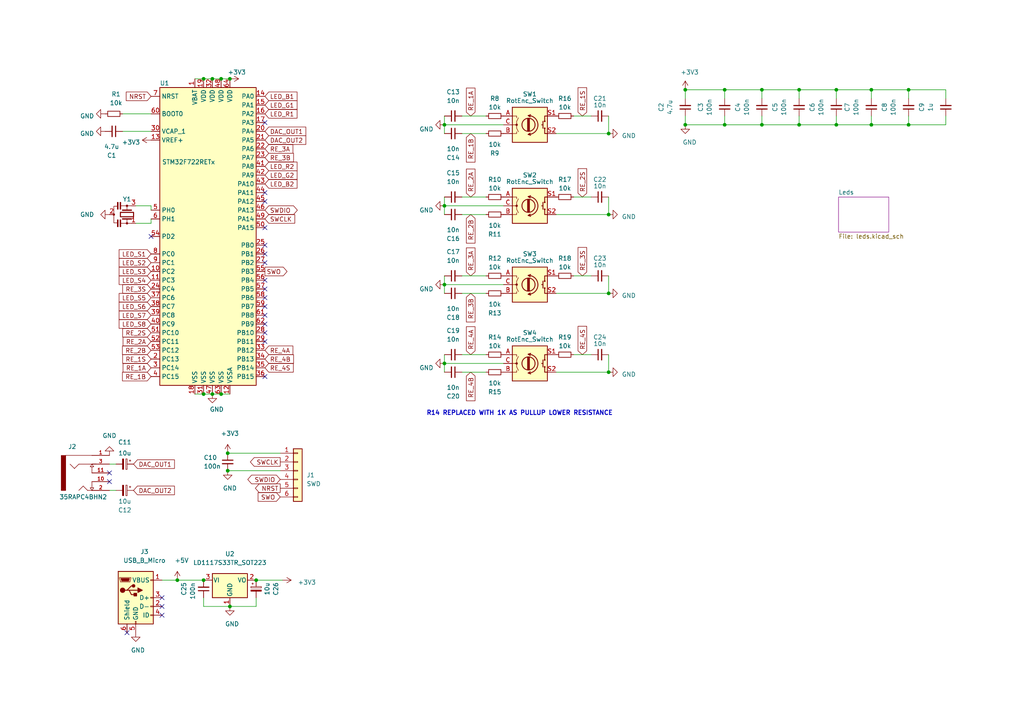
<source format=kicad_sch>
(kicad_sch (version 20201015) (generator eeschema)
  (paper "A4")
  (lib_symbols
    (symbol "35RAPC4BHN2:35RAPC4BHN2" (pin_names (offset 1.016) hide)
      (property "Reference" "J" (at -5.1054 5.6134 0))
      (property "Value" "35RAPC4BHN2" (at -5.1054 -7.6454 0))
      (symbol "35RAPC4BHN2_0_0"
        (rectangle (start -6.3754 -5.1054) (end -5.08 5.0546) (fill (type outline)))
        (polyline (pts (xy -1.27 -5.08) (xy 0 -3.81)) (stroke (width 0.1524)))
        (polyline (pts (xy 0 -3.81) (xy 1.27 -5.08)) (stroke (width 0.1524)))
        (polyline (pts (xy 1.27 -5.08) (xy 2.54 -5.08)) (stroke (width 0.1524)))
        (polyline (pts (xy 2.54 2.54) (xy -1.27 2.54)) (stroke (width 0.1524)))
        (polyline (pts (xy -1.27 2.54) (xy -2.54 1.27)) (stroke (width 0.1524)))
        (polyline (pts (xy -2.54 1.27) (xy -3.81 2.54)) (stroke (width 0.1524)))
        (polyline (pts (xy 2.54 5.08) (xy -5.08 5.08)) (stroke (width 0.1524)))
        (polyline (pts (xy 2.032 -4.318) (xy 2.54 -5.08)) (stroke (width 0.1524)))
        (polyline (pts (xy 2.54 -5.08) (xy 3.048 -4.318)) (stroke (width 0.1524)))
        (polyline (pts (xy 3.048 -4.318) (xy 2.54 -4.318)) (stroke (width 0.1524)))
        (polyline (pts (xy 2.54 -4.318) (xy 2.032 -4.318)) (stroke (width 0.1524)))
        (polyline (pts (xy 2.54 -4.318) (xy 2.54 -2.54)) (stroke (width 0.1524)))
        (polyline (pts (xy 3.81 2.54) (xy 2.54 2.54)) (stroke (width 0.1524)))
        (polyline (pts (xy 3.048 1.778) (xy 2.54 2.54)) (stroke (width 0.1524)))
        (polyline (pts (xy 2.54 2.54) (xy 2.032 1.778)) (stroke (width 0.1524)))
        (polyline (pts (xy 2.032 1.778) (xy 2.54 1.778)) (stroke (width 0.1524)))
        (polyline (pts (xy 2.54 1.778) (xy 3.048 1.778)) (stroke (width 0.1524)))
        (polyline (pts (xy 2.54 1.778) (xy 2.54 0)) (stroke (width 0.1524)))
        (pin passive line (at 7.62 5.08 180) (length 5.08) (name "~") (number "1"))
        (pin passive line (at 7.62 2.54 180) (length 5.08) (name "~") (number "3"))
        (pin passive line (at 7.62 0 180) (length 5.08) (name "~") (number "11"))
        (pin passive line (at 7.62 -2.54 180) (length 5.08) (name "~") (number "10"))
        (pin passive line (at 7.62 -5.08 180) (length 5.08) (name "~") (number "2"))
      )
    )
    (symbol "Connector:USB_B_Micro" (pin_names (offset 1.016))
      (property "Reference" "J" (at -5.08 11.43 0))
      (property "Value" "USB_B_Micro" (at -5.08 8.89 0))
      (symbol "USB_B_Micro_0_1"
        (circle (center -3.81 2.159) (radius 0.635) (stroke (width 0.254)) (fill (type outline)))
        (circle (center -0.635 3.429) (radius 0.381) (stroke (width 0.254)) (fill (type outline)))
        (rectangle (start -5.08 -7.62) (end 5.08 7.62) (stroke (width 0.254)) (fill (type background)))
        (rectangle (start -0.127 -7.62) (end 0.127 -6.858))
        (rectangle (start 0.254 1.27) (end -0.508 0.508) (stroke (width 0.254)) (fill (type outline)))
        (rectangle (start 5.08 -5.207) (end 4.318 -4.953))
        (rectangle (start 5.08 -2.667) (end 4.318 -2.413))
        (rectangle (start 5.08 -0.127) (end 4.318 0.127))
        (rectangle (start 5.08 4.953) (end 4.318 5.207))
        (polyline (pts (xy -1.905 2.159) (xy 0.635 2.159)) (stroke (width 0.254)))
        (polyline (pts (xy -3.175 2.159) (xy -2.54 2.159) (xy -1.27 3.429) (xy -0.635 3.429)) (stroke (width 0.254)))
        (polyline (pts (xy -2.54 2.159) (xy -1.905 2.159) (xy -1.27 0.889) (xy 0 0.889)) (stroke (width 0.254)))
        (polyline (pts (xy 0.635 2.794) (xy 0.635 1.524) (xy 1.905 2.159) (xy 0.635 2.794)) (stroke (width 0.254)) (fill (type outline)))
        (polyline (pts (xy -4.318 5.588) (xy -1.778 5.588) (xy -2.032 4.826) (xy -4.064 4.826) (xy -4.318 5.588)) (fill (type outline)))
        (polyline (pts (xy -4.699 5.842) (xy -4.699 5.588) (xy -4.445 4.826) (xy -4.445 4.572) (xy -1.651 4.572) (xy -1.651 4.826) (xy -1.397 5.588) (xy -1.397 5.842) (xy -4.699 5.842)))
      )
      (symbol "USB_B_Micro_1_1"
        (pin power_out line (at 7.62 5.08 180) (length 2.54) (name "VBUS") (number "1"))
        (pin bidirectional line (at 7.62 -2.54 180) (length 2.54) (name "D-") (number "2"))
        (pin bidirectional line (at 7.62 0 180) (length 2.54) (name "D+") (number "3"))
        (pin passive line (at 7.62 -5.08 180) (length 2.54) (name "ID") (number "4"))
        (pin power_out line (at 0 -10.16 90) (length 2.54) (name "GND") (number "5"))
        (pin passive line (at -2.54 -10.16 90) (length 2.54) (name "Shield") (number "6"))
      )
    )
    (symbol "Connector_Generic:Conn_01x06" (pin_names (offset 1.016) hide)
      (property "Reference" "J" (at 0 7.62 0))
      (property "Value" "Conn_01x06" (at 0 -10.16 0))
      (symbol "Conn_01x06_1_1"
        (rectangle (start -1.27 -4.953) (end 0 -5.207) (stroke (width 0.1524)))
        (rectangle (start -1.27 -7.493) (end 0 -7.747) (stroke (width 0.1524)))
        (rectangle (start -1.27 -2.413) (end 0 -2.667) (stroke (width 0.1524)))
        (rectangle (start -1.27 2.667) (end 0 2.413) (stroke (width 0.1524)))
        (rectangle (start -1.27 5.207) (end 0 4.953) (stroke (width 0.1524)))
        (rectangle (start -1.27 6.35) (end 1.27 -8.89) (stroke (width 0.254)) (fill (type background)))
        (rectangle (start -1.27 0.127) (end 0 -0.127) (stroke (width 0.1524)))
        (pin passive line (at -5.08 5.08 0) (length 3.81) (name "Pin_1") (number "1"))
        (pin passive line (at -5.08 2.54 0) (length 3.81) (name "Pin_2") (number "2"))
        (pin passive line (at -5.08 0 0) (length 3.81) (name "Pin_3") (number "3"))
        (pin passive line (at -5.08 -2.54 0) (length 3.81) (name "Pin_4") (number "4"))
        (pin passive line (at -5.08 -5.08 0) (length 3.81) (name "Pin_5") (number "5"))
        (pin passive line (at -5.08 -7.62 0) (length 3.81) (name "Pin_6") (number "6"))
      )
    )
    (symbol "Device:C_Polarized_Small" (pin_numbers hide) (pin_names (offset 0.254) hide)
      (property "Reference" "C" (at 0.254 1.778 0))
      (property "Value" "C_Polarized_Small" (at 0.254 -2.032 0))
      (symbol "C_Polarized_Small_0_1"
        (rectangle (start -1.524 -0.3048) (end 1.524 -0.6858) (fill (type outline)))
        (rectangle (start -1.524 0.6858) (end 1.524 0.3048))
        (polyline (pts (xy -1.27 1.524) (xy -0.762 1.524)))
        (polyline (pts (xy -1.016 1.27) (xy -1.016 1.778)))
      )
      (symbol "C_Polarized_Small_1_1"
        (pin passive line (at 0 2.54 270) (length 1.8542) (name "~") (number "1"))
        (pin passive line (at 0 -2.54 90) (length 1.8542) (name "~") (number "2"))
      )
    )
    (symbol "Device:C_Small" (pin_numbers hide) (pin_names (offset 0.254) hide)
      (property "Reference" "C" (at 0.254 1.778 0))
      (property "Value" "C_Small" (at 0.254 -2.032 0))
      (symbol "C_Small_0_1"
        (polyline (pts (xy -1.524 -0.508) (xy 1.524 -0.508)) (stroke (width 0.3302)))
        (polyline (pts (xy -1.524 0.508) (xy 1.524 0.508)) (stroke (width 0.3048)))
      )
      (symbol "C_Small_1_1"
        (pin passive line (at 0 2.54 270) (length 2.032) (name "~") (number "1"))
        (pin passive line (at 0 -2.54 90) (length 2.032) (name "~") (number "2"))
      )
    )
    (symbol "Device:R_Small" (pin_numbers hide) (pin_names (offset 0.254) hide)
      (property "Reference" "R" (at 0.762 0.508 0))
      (property "Value" "R_Small" (at 0.762 -1.016 0))
      (symbol "R_Small_0_1"
        (rectangle (start -0.762 1.778) (end 0.762 -1.778) (stroke (width 0.2032)))
      )
      (symbol "R_Small_1_1"
        (pin passive line (at 0 2.54 270) (length 0.762) (name "~") (number "1"))
        (pin passive line (at 0 -2.54 90) (length 0.762) (name "~") (number "2"))
      )
    )
    (symbol "Device:Resonator_Small" (pin_names (offset 1.016) hide)
      (property "Reference" "Y" (at 3.175 1.905 0))
      (property "Value" "Resonator_Small" (at 3.175 0 0))
      (symbol "Resonator_Small_0_1"
        (circle (center -2.54 0) (radius 0.254) (fill (type outline)))
        (circle (center 0 -3.81) (radius 0.254) (fill (type outline)))
        (circle (center 2.54 0) (radius 0.254) (fill (type outline)))
        (rectangle (start -3.556 -2.54) (end -1.524 -2.794) (fill (type outline)))
        (rectangle (start -3.556 -1.778) (end -1.524 -2.032) (fill (type outline)))
        (rectangle (start -0.635 1.905) (end 0.635 -1.905) (stroke (width 0.3048)))
        (rectangle (start 1.524 -2.54) (end 3.556 -2.794) (fill (type outline)))
        (rectangle (start 1.524 -1.778) (end 3.556 -2.032) (fill (type outline)))
        (polyline (pts (xy -2.54 -1.778) (xy -2.54 0)))
        (polyline (pts (xy -2.54 0) (xy -1.397 0)))
        (polyline (pts (xy -2.54 1.27) (xy -2.54 0)))
        (polyline (pts (xy -1.27 -1.27) (xy -1.27 1.27)) (stroke (width 0.381)))
        (polyline (pts (xy 1.27 -1.27) (xy 1.27 1.27)) (stroke (width 0.381)))
        (polyline (pts (xy 1.27 0) (xy 2.54 0)))
        (polyline (pts (xy 2.54 0) (xy 2.54 -1.778)))
        (polyline (pts (xy 2.54 1.27) (xy 2.54 0)))
        (polyline (pts (xy 2.413 -2.794) (xy 2.413 -3.81) (xy -2.413 -3.81) (xy -2.413 -2.667)))
      )
      (symbol "Resonator_Small_1_1"
        (pin passive line (at -2.54 2.54 270) (length 1.27) (name "1") (number "1"))
        (pin passive line (at 0 -5.08 90) (length 1.27) (name "2") (number "2"))
        (pin passive line (at 2.54 2.54 270) (length 1.27) (name "3") (number "3"))
      )
    )
    (symbol "Device:RotaryEncoder_Switch" (pin_names (offset 0.254) hide)
      (property "Reference" "SW" (at 0 6.604 0))
      (property "Value" "RotaryEncoder_Switch" (at 0 -6.604 0))
      (symbol "RotaryEncoder_Switch_0_1"
        (arc (start -0.381 -2.794) (end -0.381 2.667) (radius (at -0.381 -0.0508) (length 2.7432) (angles -89.9 89.9)) (stroke (width 0.254)))
        (circle (center -3.81 0) (radius 0.254) (fill (type outline)))
        (circle (center -0.381 0) (radius 1.905) (stroke (width 0.254)))
        (circle (center 4.318 -1.016) (radius 0.127) (stroke (width 0.254)))
        (circle (center 4.318 1.016) (radius 0.127) (stroke (width 0.254)))
        (rectangle (start -5.08 5.08) (end 5.08 -5.08) (stroke (width 0.254)) (fill (type background)))
        (polyline (pts (xy -0.635 -1.778) (xy -0.635 1.778)) (stroke (width 0.254)))
        (polyline (pts (xy -0.381 -1.778) (xy -0.381 1.778)) (stroke (width 0.254)))
        (polyline (pts (xy -0.127 1.778) (xy -0.127 -1.778)) (stroke (width 0.254)))
        (polyline (pts (xy 3.81 0) (xy 3.429 0)) (stroke (width 0.254)))
        (polyline (pts (xy 3.81 1.016) (xy 3.81 -1.016)) (stroke (width 0.254)))
        (polyline (pts (xy -5.08 -2.54) (xy -3.81 -2.54) (xy -3.81 -2.032)))
        (polyline (pts (xy -5.08 2.54) (xy -3.81 2.54) (xy -3.81 2.032)))
        (polyline (pts (xy 0.254 -3.048) (xy -0.508 -2.794) (xy 0.127 -2.413)) (stroke (width 0.254)))
        (polyline (pts (xy 0.254 2.921) (xy -0.508 2.667) (xy 0.127 2.286)) (stroke (width 0.254)))
        (polyline (pts (xy 5.08 -2.54) (xy 4.318 -2.54) (xy 4.318 -1.016)) (stroke (width 0.254)))
        (polyline (pts (xy 5.08 2.54) (xy 4.318 2.54) (xy 4.318 1.016)) (stroke (width 0.254)))
        (polyline (pts (xy -5.08 0) (xy -3.81 0) (xy -3.81 -1.016) (xy -3.302 -2.032)))
        (polyline (pts (xy -4.318 0) (xy -3.81 0) (xy -3.81 1.016) (xy -3.302 2.032)))
      )
      (symbol "RotaryEncoder_Switch_1_1"
        (pin passive line (at -7.62 2.54 0) (length 2.54) (name "A") (number "A"))
        (pin passive line (at -7.62 -2.54 0) (length 2.54) (name "B") (number "B"))
        (pin passive line (at -7.62 0 0) (length 2.54) (name "C") (number "C"))
        (pin passive line (at 7.62 2.54 180) (length 2.54) (name "S1") (number "S1"))
        (pin passive line (at 7.62 -2.54 180) (length 2.54) (name "S2") (number "S2"))
      )
    )
    (symbol "MCU_ST_STM32F7:STM32F722RETx"
      (property "Reference" "U" (at -15.24 44.45 0))
      (property "Value" "STM32F722RETx" (at 7.62 44.45 0))
      (symbol "STM32F722RETx_0_1"
        (rectangle (start -15.24 -43.18) (end 12.7 43.18) (stroke (width 0.254)) (fill (type background)))
      )
      (symbol "STM32F722RETx_1_1"
        (pin input line (at -17.78 35.56 0) (length 2.54) (name "BOOT0") (number "60"))
        (pin input line (at -17.78 40.64 0) (length 2.54) (name "NRST") (number "7"))
        (pin bidirectional line (at 15.24 40.64 180) (length 2.54) (name "PA0") (number "14"))
        (pin bidirectional line (at 15.24 38.1 180) (length 2.54) (name "PA1") (number "15"))
        (pin bidirectional line (at 15.24 15.24 180) (length 2.54) (name "PA10") (number "43"))
        (pin bidirectional line (at 15.24 12.7 180) (length 2.54) (name "PA11") (number "44"))
        (pin bidirectional line (at 15.24 10.16 180) (length 2.54) (name "PA12") (number "45"))
        (pin bidirectional line (at 15.24 7.62 180) (length 2.54) (name "PA13") (number "46"))
        (pin bidirectional line (at 15.24 5.08 180) (length 2.54) (name "PA14") (number "49"))
        (pin bidirectional line (at 15.24 2.54 180) (length 2.54) (name "PA15") (number "50"))
        (pin bidirectional line (at 15.24 35.56 180) (length 2.54) (name "PA2") (number "16"))
        (pin bidirectional line (at 15.24 33.02 180) (length 2.54) (name "PA3") (number "17"))
        (pin bidirectional line (at 15.24 30.48 180) (length 2.54) (name "PA4") (number "20"))
        (pin bidirectional line (at 15.24 27.94 180) (length 2.54) (name "PA5") (number "21"))
        (pin bidirectional line (at 15.24 25.4 180) (length 2.54) (name "PA6") (number "22"))
        (pin bidirectional line (at 15.24 22.86 180) (length 2.54) (name "PA7") (number "23"))
        (pin bidirectional line (at 15.24 20.32 180) (length 2.54) (name "PA8") (number "41"))
        (pin bidirectional line (at 15.24 17.78 180) (length 2.54) (name "PA9") (number "42"))
        (pin bidirectional line (at 15.24 -2.54 180) (length 2.54) (name "PB0") (number "25"))
        (pin bidirectional line (at 15.24 -5.08 180) (length 2.54) (name "PB1") (number "26"))
        (pin bidirectional line (at 15.24 -27.94 180) (length 2.54) (name "PB10") (number "28"))
        (pin bidirectional line (at 15.24 -30.48 180) (length 2.54) (name "PB11") (number "29"))
        (pin bidirectional line (at 15.24 -33.02 180) (length 2.54) (name "PB12") (number "33"))
        (pin bidirectional line (at 15.24 -35.56 180) (length 2.54) (name "PB13") (number "34"))
        (pin bidirectional line (at 15.24 -38.1 180) (length 2.54) (name "PB14") (number "35"))
        (pin bidirectional line (at 15.24 -40.64 180) (length 2.54) (name "PB15") (number "36"))
        (pin bidirectional line (at 15.24 -7.62 180) (length 2.54) (name "PB2") (number "27"))
        (pin bidirectional line (at 15.24 -10.16 180) (length 2.54) (name "PB3") (number "55"))
        (pin bidirectional line (at 15.24 -12.7 180) (length 2.54) (name "PB4") (number "56"))
        (pin bidirectional line (at 15.24 -15.24 180) (length 2.54) (name "PB5") (number "57"))
        (pin bidirectional line (at 15.24 -17.78 180) (length 2.54) (name "PB6") (number "58"))
        (pin bidirectional line (at 15.24 -20.32 180) (length 2.54) (name "PB7") (number "59"))
        (pin bidirectional line (at 15.24 -22.86 180) (length 2.54) (name "PB8") (number "61"))
        (pin bidirectional line (at 15.24 -25.4 180) (length 2.54) (name "PB9") (number "62"))
        (pin bidirectional line (at -17.78 -5.08 0) (length 2.54) (name "PC0") (number "8"))
        (pin bidirectional line (at -17.78 -7.62 0) (length 2.54) (name "PC1") (number "9"))
        (pin bidirectional line (at -17.78 -27.94 0) (length 2.54) (name "PC10") (number "51"))
        (pin bidirectional line (at -17.78 -30.48 0) (length 2.54) (name "PC11") (number "52"))
        (pin bidirectional line (at -17.78 -33.02 0) (length 2.54) (name "PC12") (number "53"))
        (pin bidirectional line (at -17.78 -35.56 0) (length 2.54) (name "PC13") (number "2"))
        (pin bidirectional line (at -17.78 -38.1 0) (length 2.54) (name "PC14") (number "3"))
        (pin bidirectional line (at -17.78 -40.64 0) (length 2.54) (name "PC15") (number "4"))
        (pin bidirectional line (at -17.78 -10.16 0) (length 2.54) (name "PC2") (number "10"))
        (pin bidirectional line (at -17.78 -12.7 0) (length 2.54) (name "PC3") (number "11"))
        (pin bidirectional line (at -17.78 -15.24 0) (length 2.54) (name "PC4") (number "24"))
        (pin bidirectional line (at -17.78 -17.78 0) (length 2.54) (name "PC6") (number "37"))
        (pin bidirectional line (at -17.78 -20.32 0) (length 2.54) (name "PC7") (number "38"))
        (pin bidirectional line (at -17.78 -22.86 0) (length 2.54) (name "PC8") (number "39"))
        (pin bidirectional line (at -17.78 -25.4 0) (length 2.54) (name "PC9") (number "40"))
        (pin bidirectional line (at -17.78 0 0) (length 2.54) (name "PD2") (number "54"))
        (pin input line (at -17.78 7.62 0) (length 2.54) (name "PH0") (number "5"))
        (pin input line (at -17.78 5.08 0) (length 2.54) (name "PH1") (number "6"))
        (pin power_in line (at -5.08 45.72 270) (length 2.54) (name "VBAT") (number "1"))
        (pin passive line (at -17.78 30.48 0) (length 2.54) (name "VCAP_1") (number "30"))
        (pin power_in line (at -2.54 45.72 270) (length 2.54) (name "VDD") (number "19"))
        (pin power_in line (at 0 45.72 270) (length 2.54) (name "VDD") (number "32"))
        (pin power_in line (at 2.54 45.72 270) (length 2.54) (name "VDD") (number "48"))
        (pin power_in line (at 5.08 45.72 270) (length 2.54) (name "VDD") (number "64"))
        (pin power_in line (at -17.78 27.94 0) (length 2.54) (name "VREF+") (number "13"))
        (pin power_in line (at -5.08 -45.72 90) (length 2.54) (name "VSS") (number "18"))
        (pin power_in line (at -2.54 -45.72 90) (length 2.54) (name "VSS") (number "31"))
        (pin power_in line (at 0 -45.72 90) (length 2.54) (name "VSS") (number "47"))
        (pin power_in line (at 2.54 -45.72 90) (length 2.54) (name "VSS") (number "63"))
        (pin power_in line (at 5.08 -45.72 90) (length 2.54) (name "VSSA") (number "12"))
      )
    )
    (symbol "Regulator_Linear:LD1117S33TR_SOT223" (pin_names (offset 0.254))
      (property "Reference" "U" (at -3.81 3.175 0))
      (property "Value" "LD1117S33TR_SOT223" (at 0 3.175 0))
      (symbol "LD1117S33TR_SOT223_0_1"
        (rectangle (start -5.08 -5.08) (end 5.08 1.905) (stroke (width 0.254)) (fill (type background)))
      )
      (symbol "LD1117S33TR_SOT223_1_1"
        (pin power_in line (at 0 -7.62 90) (length 2.54) (name "GND") (number "1"))
        (pin power_out line (at 7.62 0 180) (length 2.54) (name "VO") (number "2"))
        (pin power_in line (at -7.62 0 0) (length 2.54) (name "VI") (number "3"))
      )
    )
    (symbol "power:+3V3" (power) (pin_names (offset 0))
      (property "Value" "+3V3" (at 0 3.556 0))
      (symbol "+3V3_0_1"
        (polyline (pts (xy -0.762 1.27) (xy 0 2.54)))
        (polyline (pts (xy 0 0) (xy 0 2.54)))
        (polyline (pts (xy 0 2.54) (xy 0.762 1.27)))
      )
      (symbol "+3V3_1_1"
        (pin power_in line (at 0 0 90) (length 0) hide (name "+3V3") (number "1"))
      )
    )
    (symbol "power:+5V" (power) (pin_names (offset 0))
      (property "Value" "+5V" (at 0 3.556 0))
      (symbol "+5V_0_1"
        (polyline (pts (xy -0.762 1.27) (xy 0 2.54)))
        (polyline (pts (xy 0 0) (xy 0 2.54)))
        (polyline (pts (xy 0 2.54) (xy 0.762 1.27)))
      )
      (symbol "+5V_1_1"
        (pin power_in line (at 0 0 90) (length 0) hide (name "+5V") (number "1"))
      )
    )
    (symbol "power:GND" (power) (pin_names (offset 0))
      (property "Value" "GND" (at 0 -3.81 0))
      (symbol "GND_0_1"
        (polyline (pts (xy 0 0) (xy 0 -1.27) (xy 1.27 -1.27) (xy 0 -2.54) (xy -1.27 -1.27) (xy 0 -1.27)))
      )
      (symbol "GND_1_1"
        (pin power_in line (at 0 0 270) (length 0) hide (name "GND") (number "1"))
      )
    )
  )
  (junction (at 51.435 168.275) (diameter 0.9144))
  (junction (at 59.055 22.86) (diameter 0.9144))
  (junction (at 59.055 114.3) (diameter 0.9144))
  (junction (at 59.055 168.275) (diameter 0.9144))
  (junction (at 61.595 22.86) (diameter 0.9144))
  (junction (at 61.595 114.3) (diameter 0.9144))
  (junction (at 64.135 22.86) (diameter 0.9144))
  (junction (at 64.135 114.3) (diameter 0.9144))
  (junction (at 66.04 131.445) (diameter 0.9144))
  (junction (at 66.04 136.525) (diameter 0.9144))
  (junction (at 66.675 22.86) (diameter 0.9144))
  (junction (at 66.675 175.895) (diameter 0.9144))
  (junction (at 74.295 168.275) (diameter 0.9144))
  (junction (at 128.905 36.195) (diameter 0.9144))
  (junction (at 128.905 59.69) (diameter 0.9144))
  (junction (at 128.905 82.55) (diameter 0.9144))
  (junction (at 128.905 105.41) (diameter 0.9144))
  (junction (at 176.53 38.735) (diameter 0.9144))
  (junction (at 176.53 62.23) (diameter 0.9144))
  (junction (at 176.53 85.09) (diameter 0.9144))
  (junction (at 176.53 107.95) (diameter 0.9144))
  (junction (at 198.755 26.035) (diameter 0.9144))
  (junction (at 198.755 36.195) (diameter 0.9144))
  (junction (at 210.185 26.035) (diameter 0.9144))
  (junction (at 210.185 36.195) (diameter 0.9144))
  (junction (at 220.98 26.035) (diameter 0.9144))
  (junction (at 220.98 36.195) (diameter 0.9144))
  (junction (at 231.775 26.035) (diameter 0.9144))
  (junction (at 231.775 36.195) (diameter 0.9144))
  (junction (at 242.57 26.035) (diameter 0.9144))
  (junction (at 242.57 36.195) (diameter 0.9144))
  (junction (at 252.73 26.035) (diameter 0.9144))
  (junction (at 252.73 36.195) (diameter 0.9144))
  (junction (at 263.525 26.035) (diameter 0.9144))
  (junction (at 263.525 36.195) (diameter 0.9144))
  (no_connect (at 76.835 91.44))
  (no_connect (at 76.835 99.06))
  (no_connect (at 76.835 96.52))
  (no_connect (at 46.99 173.355))
  (no_connect (at 76.835 35.56))
  (no_connect (at 76.835 71.12))
  (no_connect (at 76.835 76.2))
  (no_connect (at 76.835 109.22))
  (no_connect (at 46.99 178.435))
  (no_connect (at 76.835 81.28))
  (no_connect (at 46.99 175.895))
  (no_connect (at 76.835 88.9))
  (no_connect (at 31.75 137.16))
  (no_connect (at 76.835 93.98))
  (no_connect (at 76.835 55.88))
  (no_connect (at 36.83 183.515))
  (no_connect (at 76.835 83.82))
  (no_connect (at 76.835 66.04))
  (no_connect (at 43.815 68.58))
  (no_connect (at 31.75 139.7))
  (no_connect (at 76.835 86.36))
  (no_connect (at 76.835 73.66))
  (no_connect (at 76.835 58.42))
  (wire (pts (xy 33.655 134.62) (xy 31.75 134.62)))
  (wire (pts (xy 33.655 142.24) (xy 31.75 142.24)))
  (wire (pts (xy 35.56 33.02) (xy 43.815 33.02)))
  (wire (pts (xy 35.56 38.1) (xy 43.815 38.1)))
  (wire (pts (xy 39.37 59.69) (xy 43.815 59.69)))
  (wire (pts (xy 39.37 64.77) (xy 43.815 64.77)))
  (wire (pts (xy 43.815 59.69) (xy 43.815 60.96)))
  (wire (pts (xy 43.815 63.5) (xy 43.815 64.77)))
  (wire (pts (xy 46.99 168.275) (xy 51.435 168.275)))
  (wire (pts (xy 51.435 168.275) (xy 59.055 168.275)))
  (wire (pts (xy 56.515 22.86) (xy 59.055 22.86)))
  (wire (pts (xy 56.515 114.3) (xy 59.055 114.3)))
  (wire (pts (xy 59.055 22.86) (xy 61.595 22.86)))
  (wire (pts (xy 59.055 114.3) (xy 61.595 114.3)))
  (wire (pts (xy 59.055 173.355) (xy 59.055 175.895)))
  (wire (pts (xy 59.055 175.895) (xy 66.675 175.895)))
  (wire (pts (xy 61.595 22.86) (xy 64.135 22.86)))
  (wire (pts (xy 61.595 114.3) (xy 64.135 114.3)))
  (wire (pts (xy 64.135 22.86) (xy 66.675 22.86)))
  (wire (pts (xy 64.135 114.3) (xy 66.675 114.3)))
  (wire (pts (xy 66.04 131.445) (xy 81.28 131.445)))
  (wire (pts (xy 66.04 136.525) (xy 81.28 136.525)))
  (wire (pts (xy 74.295 168.275) (xy 81.915 168.275)))
  (wire (pts (xy 74.295 173.355) (xy 74.295 175.895)))
  (wire (pts (xy 74.295 175.895) (xy 66.675 175.895)))
  (wire (pts (xy 128.905 33.655) (xy 128.905 36.195)))
  (wire (pts (xy 128.905 36.195) (xy 128.905 38.735)))
  (wire (pts (xy 128.905 36.195) (xy 146.05 36.195)))
  (wire (pts (xy 128.905 57.15) (xy 128.905 59.69)))
  (wire (pts (xy 128.905 59.69) (xy 128.905 62.23)))
  (wire (pts (xy 128.905 59.69) (xy 146.05 59.69)))
  (wire (pts (xy 128.905 80.01) (xy 128.905 82.55)))
  (wire (pts (xy 128.905 82.55) (xy 128.905 85.09)))
  (wire (pts (xy 128.905 82.55) (xy 146.05 82.55)))
  (wire (pts (xy 128.905 102.87) (xy 128.905 105.41)))
  (wire (pts (xy 128.905 105.41) (xy 128.905 107.95)))
  (wire (pts (xy 128.905 105.41) (xy 146.05 105.41)))
  (wire (pts (xy 133.985 33.655) (xy 140.97 33.655)))
  (wire (pts (xy 133.985 38.735) (xy 140.97 38.735)))
  (wire (pts (xy 133.985 57.15) (xy 140.97 57.15)))
  (wire (pts (xy 133.985 62.23) (xy 140.97 62.23)))
  (wire (pts (xy 133.985 80.01) (xy 140.97 80.01)))
  (wire (pts (xy 133.985 85.09) (xy 140.97 85.09)))
  (wire (pts (xy 133.985 102.87) (xy 140.97 102.87)))
  (wire (pts (xy 133.985 107.95) (xy 140.97 107.95)))
  (wire (pts (xy 161.29 38.735) (xy 176.53 38.735)))
  (wire (pts (xy 161.29 62.23) (xy 176.53 62.23)))
  (wire (pts (xy 161.29 85.09) (xy 176.53 85.09)))
  (wire (pts (xy 161.29 107.95) (xy 176.53 107.95)))
  (wire (pts (xy 166.37 33.655) (xy 171.45 33.655)))
  (wire (pts (xy 166.37 57.15) (xy 171.45 57.15)))
  (wire (pts (xy 166.37 80.01) (xy 171.45 80.01)))
  (wire (pts (xy 166.37 102.87) (xy 171.45 102.87)))
  (wire (pts (xy 176.53 33.655) (xy 176.53 38.735)))
  (wire (pts (xy 176.53 57.15) (xy 176.53 62.23)))
  (wire (pts (xy 176.53 80.01) (xy 176.53 85.09)))
  (wire (pts (xy 176.53 102.87) (xy 176.53 107.95)))
  (wire (pts (xy 198.755 26.035) (xy 198.755 28.575)))
  (wire (pts (xy 198.755 26.035) (xy 210.185 26.035)))
  (wire (pts (xy 198.755 33.655) (xy 198.755 36.195)))
  (wire (pts (xy 198.755 36.195) (xy 210.185 36.195)))
  (wire (pts (xy 210.185 26.035) (xy 210.185 28.575)))
  (wire (pts (xy 210.185 26.035) (xy 220.98 26.035)))
  (wire (pts (xy 210.185 36.195) (xy 210.185 33.655)))
  (wire (pts (xy 210.185 36.195) (xy 220.98 36.195)))
  (wire (pts (xy 220.98 26.035) (xy 220.98 28.575)))
  (wire (pts (xy 220.98 26.035) (xy 231.775 26.035)))
  (wire (pts (xy 220.98 36.195) (xy 220.98 33.655)))
  (wire (pts (xy 220.98 36.195) (xy 231.775 36.195)))
  (wire (pts (xy 231.775 26.035) (xy 231.775 28.575)))
  (wire (pts (xy 231.775 26.035) (xy 242.57 26.035)))
  (wire (pts (xy 231.775 36.195) (xy 231.775 33.655)))
  (wire (pts (xy 231.775 36.195) (xy 242.57 36.195)))
  (wire (pts (xy 242.57 26.035) (xy 242.57 28.575)))
  (wire (pts (xy 242.57 26.035) (xy 252.73 26.035)))
  (wire (pts (xy 242.57 36.195) (xy 242.57 33.655)))
  (wire (pts (xy 242.57 36.195) (xy 252.73 36.195)))
  (wire (pts (xy 252.73 26.035) (xy 252.73 28.575)))
  (wire (pts (xy 252.73 26.035) (xy 263.525 26.035)))
  (wire (pts (xy 252.73 36.195) (xy 252.73 33.655)))
  (wire (pts (xy 263.525 26.035) (xy 263.525 28.575)))
  (wire (pts (xy 263.525 26.035) (xy 274.32 26.035)))
  (wire (pts (xy 263.525 33.655) (xy 263.525 36.195)))
  (wire (pts (xy 263.525 36.195) (xy 252.73 36.195)))
  (wire (pts (xy 274.32 26.035) (xy 274.32 28.575)))
  (wire (pts (xy 274.32 33.655) (xy 274.32 36.195)))
  (wire (pts (xy 274.32 36.195) (xy 263.525 36.195)))
  (text "R14 REPLACED WITH 1K AS PULLUP LOWER RESISTANCE" (at 177.8 120.65 180) (effects (font (size 1.27 1.27) (thickness 0.254) bold) (justify right bottom)))
  (global_label "DAC_OUT1" (shape input) (at 38.735 134.62 0) (property "Intersheet References" "${INTERSHEET_REFS}" (effects hide)))
  (global_label "DAC_OUT2" (shape input) (at 38.735 142.24 0) (property "Intersheet References" "${INTERSHEET_REFS}" (effects hide)))
  (global_label "NRST" (shape input) (at 43.815 27.94 180) (property "Intersheet References" "${INTERSHEET_REFS}" (effects hide)))
  (global_label "LED_S1" (shape input) (at 43.815 73.66 180) (property "Intersheet References" "${INTERSHEET_REFS}" (effects hide)))
  (global_label "LED_S2" (shape input) (at 43.815 76.2 180) (property "Intersheet References" "${INTERSHEET_REFS}" (effects hide)))
  (global_label "LED_S3" (shape input) (at 43.815 78.74 180) (property "Intersheet References" "${INTERSHEET_REFS}" (effects hide)))
  (global_label "LED_S4" (shape input) (at 43.815 81.28 180) (property "Intersheet References" "${INTERSHEET_REFS}" (effects hide)))
  (global_label "RE_3S" (shape input) (at 43.815 83.82 180) (property "Intersheet References" "${INTERSHEET_REFS}" (effects hide)))
  (global_label "LED_S5" (shape input) (at 43.815 86.36 180) (property "Intersheet References" "${INTERSHEET_REFS}" (effects hide)))
  (global_label "LED_S6" (shape input) (at 43.815 88.9 180) (property "Intersheet References" "${INTERSHEET_REFS}" (effects hide)))
  (global_label "LED_S7" (shape input) (at 43.815 91.44 180) (property "Intersheet References" "${INTERSHEET_REFS}" (effects hide)))
  (global_label "LED_S8" (shape input) (at 43.815 93.98 180) (property "Intersheet References" "${INTERSHEET_REFS}" (effects hide)))
  (global_label "RE_2S" (shape input) (at 43.815 96.52 180) (property "Intersheet References" "${INTERSHEET_REFS}" (effects hide)))
  (global_label "RE_2A" (shape input) (at 43.815 99.06 180) (property "Intersheet References" "${INTERSHEET_REFS}" (effects hide)))
  (global_label "RE_2B" (shape input) (at 43.815 101.6 180) (property "Intersheet References" "${INTERSHEET_REFS}" (effects hide)))
  (global_label "RE_1S" (shape input) (at 43.815 104.14 180) (property "Intersheet References" "${INTERSHEET_REFS}" (effects hide)))
  (global_label "RE_1A" (shape input) (at 43.815 106.68 180) (property "Intersheet References" "${INTERSHEET_REFS}" (effects hide)))
  (global_label "RE_1B" (shape input) (at 43.815 109.22 180) (property "Intersheet References" "${INTERSHEET_REFS}" (effects hide)))
  (global_label "LED_B1" (shape input) (at 76.835 27.94 0) (property "Intersheet References" "${INTERSHEET_REFS}" (effects hide)))
  (global_label "LED_G1" (shape input) (at 76.835 30.48 0) (property "Intersheet References" "${INTERSHEET_REFS}" (effects hide)))
  (global_label "LED_R1" (shape input) (at 76.835 33.02 0) (property "Intersheet References" "${INTERSHEET_REFS}" (effects hide)))
  (global_label "DAC_OUT1" (shape input) (at 76.835 38.1 0) (property "Intersheet References" "${INTERSHEET_REFS}" (effects hide)))
  (global_label "DAC_OUT2" (shape input) (at 76.835 40.64 0) (property "Intersheet References" "${INTERSHEET_REFS}" (effects hide)))
  (global_label "RE_3A" (shape input) (at 76.835 43.18 0) (property "Intersheet References" "${INTERSHEET_REFS}" (effects hide)))
  (global_label "RE_3B" (shape input) (at 76.835 45.72 0) (property "Intersheet References" "${INTERSHEET_REFS}" (effects hide)))
  (global_label "LED_R2" (shape input) (at 76.835 48.26 0) (property "Intersheet References" "${INTERSHEET_REFS}" (effects hide)))
  (global_label "LED_G2" (shape input) (at 76.835 50.8 0) (property "Intersheet References" "${INTERSHEET_REFS}" (effects hide)))
  (global_label "LED_B2" (shape input) (at 76.835 53.34 0) (property "Intersheet References" "${INTERSHEET_REFS}" (effects hide)))
  (global_label "SWDIO" (shape bidirectional) (at 76.835 60.96 0) (property "Intersheet References" "${INTERSHEET_REFS}" (effects hide)))
  (global_label "SWCLK" (shape input) (at 76.835 63.5 0) (property "Intersheet References" "${INTERSHEET_REFS}" (effects hide)))
  (global_label "SWO" (shape output) (at 76.835 78.74 0) (property "Intersheet References" "${INTERSHEET_REFS}" (effects hide)))
  (global_label "RE_4A" (shape input) (at 76.835 101.6 0) (property "Intersheet References" "${INTERSHEET_REFS}" (effects hide)))
  (global_label "RE_4B" (shape input) (at 76.835 104.14 0) (property "Intersheet References" "${INTERSHEET_REFS}" (effects hide)))
  (global_label "RE_4S" (shape input) (at 76.835 106.68 0) (property "Intersheet References" "${INTERSHEET_REFS}" (effects hide)))
  (global_label "SWCLK" (shape output) (at 81.28 133.985 180) (property "Intersheet References" "${INTERSHEET_REFS}" (effects hide)))
  (global_label "SWDIO" (shape bidirectional) (at 81.28 139.065 180) (property "Intersheet References" "${INTERSHEET_REFS}" (effects hide)))
  (global_label "NRST" (shape output) (at 81.28 141.605 180) (property "Intersheet References" "${INTERSHEET_REFS}" (effects hide)))
  (global_label "SWO" (shape input) (at 81.28 144.145 180) (property "Intersheet References" "${INTERSHEET_REFS}" (effects hide)))
  (global_label "RE_1A" (shape input) (at 136.525 33.655 90) (property "Intersheet References" "${INTERSHEET_REFS}" (effects hide)))
  (global_label "RE_1B" (shape input) (at 136.525 38.735 270) (property "Intersheet References" "${INTERSHEET_REFS}" (effects hide)))
  (global_label "RE_2A" (shape input) (at 136.525 57.15 90) (property "Intersheet References" "${INTERSHEET_REFS}" (effects hide)))
  (global_label "RE_2B" (shape input) (at 136.525 62.23 270) (property "Intersheet References" "${INTERSHEET_REFS}" (effects hide)))
  (global_label "RE_3A" (shape input) (at 136.525 80.01 90) (property "Intersheet References" "${INTERSHEET_REFS}" (effects hide)))
  (global_label "RE_3B" (shape input) (at 136.525 85.09 270) (property "Intersheet References" "${INTERSHEET_REFS}" (effects hide)))
  (global_label "RE_4A" (shape input) (at 136.525 102.87 90) (property "Intersheet References" "${INTERSHEET_REFS}" (effects hide)))
  (global_label "RE_4B" (shape input) (at 136.525 107.95 270) (property "Intersheet References" "${INTERSHEET_REFS}" (effects hide)))
  (global_label "RE_1S" (shape input) (at 168.91 33.655 90) (property "Intersheet References" "${INTERSHEET_REFS}" (effects hide)))
  (global_label "RE_2S" (shape input) (at 168.91 57.15 90) (property "Intersheet References" "${INTERSHEET_REFS}" (effects hide)))
  (global_label "RE_3S" (shape input) (at 168.91 80.01 90) (property "Intersheet References" "${INTERSHEET_REFS}" (effects hide)))
  (global_label "RE_4S" (shape input) (at 168.91 102.87 90) (property "Intersheet References" "${INTERSHEET_REFS}" (effects hide)))
  (symbol (lib_id "power:+3V3") (at 43.815 40.64 90) (unit 1)
    (property "Reference" "#PWR0106" (effects hide))
    (property "Value" "+3V3" (at 40.64 41.275 90) (effects (justify left)))
  )
  (symbol (lib_id "power:+5V") (at 51.435 168.275 0) (unit 1)
    (property "Reference" "#PWR0131" (effects hide))
    (property "Value" "+5V" (at 52.705 162.56 0))
  )
  (symbol (lib_id "power:+3V3") (at 66.04 131.445 0) (unit 1)
    (property "Reference" "#PWR0108" (effects hide))
    (property "Value" "+3V3" (at 66.675 125.73 0))
  )
  (symbol (lib_id "power:+3V3") (at 66.675 22.86 270) (unit 1)
    (property "Reference" "#PWR0102" (effects hide))
    (property "Value" "+3V3" (at 66.04 20.955 90) (effects (justify left)))
  )
  (symbol (lib_id "power:+3V3") (at 81.915 168.275 270) (unit 1)
    (property "Reference" "#PWR0128" (effects hide))
    (property "Value" "+3V3" (at 86.36 168.91 90) (effects (justify left)))
  )
  (symbol (lib_id "power:+3V3") (at 198.755 26.035 0) (unit 1)
    (property "Reference" "#PWR0105" (effects hide))
    (property "Value" "+3V3" (at 200.025 20.955 0))
  )
  (symbol (lib_id "power:GND") (at 30.48 33.02 270) (unit 1)
    (property "Reference" "#PWR0101" (effects hide))
    (property "Value" "GND" (at 27.305 33.655 90) (effects (justify right)))
  )
  (symbol (lib_id "power:GND") (at 30.48 38.1 270) (unit 1)
    (property "Reference" "#PWR0107" (effects hide))
    (property "Value" "GND" (at 27.305 38.735 90) (effects (justify right)))
  )
  (symbol (lib_id "power:GND") (at 31.75 62.23 270) (unit 1)
    (property "Reference" "#PWR0103" (effects hide))
    (property "Value" "GND" (at 27.305 62.23 90) (effects (justify right)))
  )
  (symbol (lib_id "power:GND") (at 31.75 132.08 180) (unit 1)
    (property "Reference" "#PWR0111" (effects hide))
    (property "Value" "GND" (at 31.75 126.365 0))
  )
  (symbol (lib_id "power:GND") (at 39.37 183.515 0) (unit 1)
    (property "Reference" "#PWR0130" (effects hide))
    (property "Value" "GND" (at 40.005 188.595 0))
  )
  (symbol (lib_id "power:GND") (at 61.595 114.3 0) (unit 1)
    (property "Reference" "#PWR0110" (effects hide))
    (property "Value" "GND" (at 62.865 118.745 0))
  )
  (symbol (lib_id "power:GND") (at 66.04 136.525 0) (unit 1)
    (property "Reference" "#PWR0109" (effects hide))
    (property "Value" "GND" (at 66.675 141.605 0))
  )
  (symbol (lib_id "power:GND") (at 66.675 175.895 0) (unit 1)
    (property "Reference" "#PWR0129" (effects hide))
    (property "Value" "GND" (at 67.31 180.975 0))
  )
  (symbol (lib_id "power:GND") (at 128.905 36.195 270) (unit 1)
    (property "Reference" "#PWR0127" (effects hide))
    (property "Value" "GND" (at 125.73 37.465 90) (effects (justify right)))
  )
  (symbol (lib_id "power:GND") (at 128.905 59.69 270) (unit 1)
    (property "Reference" "#PWR0120" (effects hide))
    (property "Value" "GND" (at 125.73 60.96 90) (effects (justify right)))
  )
  (symbol (lib_id "power:GND") (at 128.905 82.55 270) (unit 1)
    (property "Reference" "#PWR0122" (effects hide))
    (property "Value" "GND" (at 125.73 83.82 90) (effects (justify right)))
  )
  (symbol (lib_id "power:GND") (at 128.905 105.41 270) (unit 1)
    (property "Reference" "#PWR0123" (effects hide))
    (property "Value" "GND" (at 125.73 106.68 90) (effects (justify right)))
  )
  (symbol (lib_id "power:GND") (at 176.53 38.735 90) (unit 1)
    (property "Reference" "#PWR0126" (effects hide))
    (property "Value" "GND" (at 180.34 39.37 90) (effects (justify right)))
  )
  (symbol (lib_id "power:GND") (at 176.53 62.23 90) (unit 1)
    (property "Reference" "#PWR0125" (effects hide))
    (property "Value" "GND" (at 180.34 62.865 90) (effects (justify right)))
  )
  (symbol (lib_id "power:GND") (at 176.53 85.09 90) (unit 1)
    (property "Reference" "#PWR0124" (effects hide))
    (property "Value" "GND" (at 180.34 85.725 90) (effects (justify right)))
  )
  (symbol (lib_id "power:GND") (at 176.53 107.95 90) (unit 1)
    (property "Reference" "#PWR0121" (effects hide))
    (property "Value" "GND" (at 180.34 108.585 90) (effects (justify right)))
  )
  (symbol (lib_id "power:GND") (at 198.755 36.195 0) (unit 1)
    (property "Reference" "#PWR0104" (effects hide))
    (property "Value" "GND" (at 200.025 41.275 0))
  )
  (symbol (lib_id "Device:R_Small") (at 33.02 33.02 90) (unit 1)
    (property "Reference" "R1" (at 33.655 27.305 90))
    (property "Value" "10k" (at 33.655 29.845 90))
    (property "Footprint" "Resistor_SMD:R_0603_1608Metric" (effects hide))
    (property "Farnell" "2670595" (effects hide))
  )
  (symbol (lib_id "Device:R_Small") (at 143.51 33.655 90) (unit 1)
    (property "Reference" "R8" (at 143.51 28.575 90))
    (property "Value" "10k" (at 143.51 31.115 90))
    (property "Footprint" "Resistor_SMD:R_0603_1608Metric" (effects hide))
    (property "Farnell" "2670595" (effects hide))
  )
  (symbol (lib_id "Device:R_Small") (at 143.51 38.735 270) (unit 1)
    (property "Reference" "R9" (at 143.51 44.45 90))
    (property "Value" "10k" (at 143.51 41.91 90))
    (property "Footprint" "Resistor_SMD:R_0603_1608Metric" (effects hide))
    (property "Farnell" "2670595" (effects hide))
  )
  (symbol (lib_id "Device:R_Small") (at 143.51 57.15 90) (unit 1)
    (property "Reference" "R10" (at 143.51 52.07 90))
    (property "Value" "10k" (at 143.51 54.61 90))
    (property "Footprint" "Resistor_SMD:R_0603_1608Metric" (effects hide))
    (property "Farnell" "2670595" (effects hide))
  )
  (symbol (lib_id "Device:R_Small") (at 143.51 62.23 270) (unit 1)
    (property "Reference" "R11" (at 143.51 67.945 90))
    (property "Value" "10k" (at 143.51 65.405 90))
    (property "Footprint" "Resistor_SMD:R_0603_1608Metric" (effects hide))
    (property "Farnell" "2670595" (effects hide))
  )
  (symbol (lib_id "Device:R_Small") (at 143.51 80.01 90) (unit 1)
    (property "Reference" "R12" (at 143.51 74.93 90))
    (property "Value" "10k" (at 143.51 77.47 90))
    (property "Footprint" "Resistor_SMD:R_0603_1608Metric" (effects hide))
    (property "Farnell" "2670595" (effects hide))
  )
  (symbol (lib_id "Device:R_Small") (at 143.51 85.09 270) (unit 1)
    (property "Reference" "R13" (at 143.51 90.805 90))
    (property "Value" "10k" (at 143.51 88.265 90))
    (property "Footprint" "Resistor_SMD:R_0603_1608Metric" (effects hide))
    (property "Farnell" "2670595" (effects hide))
  )
  (symbol (lib_id "Device:R_Small") (at 143.51 102.87 90) (unit 1)
    (property "Reference" "R14" (at 143.51 97.79 90))
    (property "Value" "10k" (at 143.51 100.33 90))
    (property "Footprint" "Resistor_SMD:R_0603_1608Metric" (effects hide))
    (property "Farnell" "2670595" (effects hide))
  )
  (symbol (lib_id "Device:R_Small") (at 143.51 107.95 270) (unit 1)
    (property "Reference" "R15" (at 143.51 113.665 90))
    (property "Value" "10k" (at 143.51 111.125 90))
    (property "Footprint" "Resistor_SMD:R_0603_1608Metric" (effects hide))
    (property "Farnell" "2670595" (effects hide))
  )
  (symbol (lib_id "Device:R_Small") (at 163.83 33.655 90) (unit 1)
    (property "Reference" "R16" (at 163.83 28.575 90))
    (property "Value" "10k" (at 163.83 31.115 90))
    (property "Footprint" "Resistor_SMD:R_0603_1608Metric" (effects hide))
    (property "Farnell" "2670595" (effects hide))
  )
  (symbol (lib_id "Device:R_Small") (at 163.83 57.15 90) (unit 1)
    (property "Reference" "R17" (at 163.83 52.07 90))
    (property "Value" "10k" (at 163.83 54.61 90))
    (property "Footprint" "Resistor_SMD:R_0603_1608Metric" (effects hide))
    (property "Farnell" "2670595" (effects hide))
  )
  (symbol (lib_id "Device:R_Small") (at 163.83 80.01 90) (unit 1)
    (property "Reference" "R18" (at 163.83 74.93 90))
    (property "Value" "10k" (at 163.83 77.47 90))
    (property "Footprint" "Resistor_SMD:R_0603_1608Metric" (effects hide))
    (property "Farnell" "2670595" (effects hide))
  )
  (symbol (lib_id "Device:R_Small") (at 163.83 102.87 90) (unit 1)
    (property "Reference" "R19" (at 163.83 97.79 90))
    (property "Value" "10k" (at 163.83 100.33 90))
    (property "Footprint" "Resistor_SMD:R_0603_1608Metric" (effects hide))
    (property "Farnell" "2670595" (effects hide))
  )
  (symbol (lib_id "Device:C_Polarized_Small") (at 36.195 134.62 270) (unit 1)
    (property "Reference" "C11" (at 36.195 128.27 90))
    (property "Value" "10u" (at 36.195 131.445 90))
    (property "Footprint" "Capacitor_SMD:CP_Elec_4x5.4" (effects hide))
    (property "Farnell" "2611355" (effects hide))
  )
  (symbol (lib_id "Device:C_Polarized_Small") (at 36.195 142.24 270) (unit 1)
    (property "Reference" "C12" (at 36.195 147.955 90))
    (property "Value" "10u" (at 36.195 145.415 90))
    (property "Footprint" "Capacitor_SMD:CP_Elec_4x5.4" (effects hide))
    (property "Farnell" "2611355" (effects hide))
  )
  (symbol (lib_id "Device:C_Polarized_Small") (at 74.295 170.815 0) (unit 1)
    (property "Reference" "C26" (at 80.01 170.815 90))
    (property "Value" "10u" (at 77.47 170.815 90))
    (property "Footprint" "Capacitor_SMD:CP_Elec_4x5.4" (effects hide))
    (property "Farnell" "2611355" (effects hide))
  )
  (symbol (lib_id "Device:C_Small") (at 33.02 38.1 270) (unit 1)
    (property "Reference" "C1" (at 32.385 45.085 90))
    (property "Value" "4.7u" (at 32.385 42.545 90))
    (property "Footprint" "Capacitor_SMD:C_0603_1608Metric" (effects hide))
    (property "Farnell" "3013399" (effects hide))
  )
  (symbol (lib_id "Device:C_Small") (at 59.055 170.815 180) (unit 1)
    (property "Reference" "C25" (at 53.34 170.815 90))
    (property "Value" "100n" (at 55.88 171.45 90))
    (property "Footprint" "Capacitor_SMD:C_0603_1608Metric" (effects hide))
    (property "Farnell" "2581045" (effects hide))
  )
  (symbol (lib_id "Device:C_Small") (at 66.04 133.985 0) (unit 1)
    (property "Reference" "C10" (at 59.055 132.715 0) (effects (justify left)))
    (property "Value" "100n" (at 59.055 135.255 0) (effects (justify left)))
    (property "Footprint" "Capacitor_SMD:C_0603_1608Metric" (effects hide))
    (property "Farnell" "2581045" (effects hide))
  )
  (symbol (lib_id "Device:C_Small") (at 131.445 33.655 90) (unit 1)
    (property "Reference" "C13" (at 131.445 26.67 90))
    (property "Value" "10n" (at 131.445 29.21 90))
    (property "Footprint" "Capacitor_SMD:C_0603_1608Metric" (effects hide))
    (property "Farnell" "2496828" (effects hide))
  )
  (symbol (lib_id "Device:C_Small") (at 131.445 38.735 270) (unit 1)
    (property "Reference" "C14" (at 131.445 45.72 90))
    (property "Value" "10n" (at 131.445 43.18 90))
    (property "Footprint" "Capacitor_SMD:C_0603_1608Metric" (effects hide))
    (property "Farnell" "2496828" (effects hide))
  )
  (symbol (lib_id "Device:C_Small") (at 131.445 57.15 90) (unit 1)
    (property "Reference" "C15" (at 131.445 50.165 90))
    (property "Value" "10n" (at 131.445 52.705 90))
    (property "Footprint" "Capacitor_SMD:C_0603_1608Metric" (effects hide))
    (property "Farnell" "2496828" (effects hide))
  )
  (symbol (lib_id "Device:C_Small") (at 131.445 62.23 270) (unit 1)
    (property "Reference" "C16" (at 131.445 69.215 90))
    (property "Value" "10n" (at 131.445 66.675 90))
    (property "Footprint" "Capacitor_SMD:C_0603_1608Metric" (effects hide))
    (property "Farnell" "2496828" (effects hide))
  )
  (symbol (lib_id "Device:C_Small") (at 131.445 80.01 90) (unit 1)
    (property "Reference" "C17" (at 131.445 73.025 90))
    (property "Value" "10n" (at 131.445 75.565 90))
    (property "Footprint" "Capacitor_SMD:C_0603_1608Metric" (effects hide))
    (property "Farnell" "2496828" (effects hide))
  )
  (symbol (lib_id "Device:C_Small") (at 131.445 85.09 270) (unit 1)
    (property "Reference" "C18" (at 131.445 92.075 90))
    (property "Value" "10n" (at 131.445 89.535 90))
    (property "Footprint" "Capacitor_SMD:C_0603_1608Metric" (effects hide))
    (property "Farnell" "2496828" (effects hide))
  )
  (symbol (lib_id "Device:C_Small") (at 131.445 102.87 90) (unit 1)
    (property "Reference" "C19" (at 131.445 95.885 90))
    (property "Value" "10n" (at 131.445 98.425 90))
    (property "Footprint" "Capacitor_SMD:C_0603_1608Metric" (effects hide))
    (property "Farnell" "2496828" (effects hide))
  )
  (symbol (lib_id "Device:C_Small") (at 131.445 107.95 270) (unit 1)
    (property "Reference" "C20" (at 131.445 114.935 90))
    (property "Value" "10n" (at 131.445 112.395 90))
    (property "Footprint" "Capacitor_SMD:C_0603_1608Metric" (effects hide))
    (property "Farnell" "2496828" (effects hide))
  )
  (symbol (lib_id "Device:C_Small") (at 173.99 33.655 90) (unit 1)
    (property "Reference" "C21" (at 173.99 28.575 90))
    (property "Value" "10n" (at 173.99 30.48 90))
    (property "Footprint" "Capacitor_SMD:C_0603_1608Metric" (effects hide))
    (property "Farnell" "2496828" (effects hide))
  )
  (symbol (lib_id "Device:C_Small") (at 173.99 57.15 90) (unit 1)
    (property "Reference" "C22" (at 173.99 52.07 90))
    (property "Value" "10n" (at 173.99 53.975 90))
    (property "Footprint" "Capacitor_SMD:C_0603_1608Metric" (effects hide))
    (property "Farnell" "2496828" (effects hide))
  )
  (symbol (lib_id "Device:C_Small") (at 173.99 80.01 90) (unit 1)
    (property "Reference" "C23" (at 173.99 74.93 90))
    (property "Value" "10n" (at 173.99 76.835 90))
    (property "Footprint" "Capacitor_SMD:C_0603_1608Metric" (effects hide))
    (property "Farnell" "2496828" (effects hide))
  )
  (symbol (lib_id "Device:C_Small") (at 173.99 102.87 90) (unit 1)
    (property "Reference" "C24" (at 173.99 97.79 90))
    (property "Value" "10n" (at 173.99 99.695 90))
    (property "Footprint" "Capacitor_SMD:C_0603_1608Metric" (effects hide))
    (property "Farnell" "2496828" (effects hide))
  )
  (symbol (lib_id "Device:C_Small") (at 198.755 31.115 180) (unit 1)
    (property "Reference" "C2" (at 191.77 31.115 90))
    (property "Value" "4.7u" (at 194.31 31.115 90))
    (property "Footprint" "Capacitor_SMD:C_0603_1608Metric" (effects hide))
    (property "Farnell" "3013399" (effects hide))
  )
  (symbol (lib_id "Device:C_Small") (at 210.185 31.115 180) (unit 1)
    (property "Reference" "C3" (at 203.2 31.115 90))
    (property "Value" "100n" (at 205.74 31.115 90))
    (property "Footprint" "Capacitor_SMD:C_0603_1608Metric" (effects hide))
    (property "Farnell" "2581045" (effects hide))
  )
  (symbol (lib_id "Device:C_Small") (at 220.98 31.115 180) (unit 1)
    (property "Reference" "C4" (at 213.995 31.115 90))
    (property "Value" "100n" (at 216.535 31.115 90))
    (property "Footprint" "Capacitor_SMD:C_0603_1608Metric" (effects hide))
    (property "Farnell" "2581045" (effects hide))
  )
  (symbol (lib_id "Device:C_Small") (at 231.775 31.115 180) (unit 1)
    (property "Reference" "C5" (at 224.79 31.115 90))
    (property "Value" "100n" (at 227.33 31.115 90))
    (property "Footprint" "Capacitor_SMD:C_0603_1608Metric" (effects hide))
    (property "Farnell" "2581045" (effects hide))
  )
  (symbol (lib_id "Device:C_Small") (at 242.57 31.115 180) (unit 1)
    (property "Reference" "C6" (at 235.585 31.115 90))
    (property "Value" "100n" (at 238.125 31.115 90))
    (property "Footprint" "Capacitor_SMD:C_0603_1608Metric" (effects hide))
    (property "Farnell" "2581045" (effects hide))
  )
  (symbol (lib_id "Device:C_Small") (at 252.73 31.115 180) (unit 1)
    (property "Reference" "C7" (at 245.745 31.115 90))
    (property "Value" "100n" (at 248.285 31.115 90))
    (property "Footprint" "Capacitor_SMD:C_0603_1608Metric" (effects hide))
    (property "Farnell" "2581045" (effects hide))
  )
  (symbol (lib_id "Device:C_Small") (at 263.525 31.115 180) (unit 1)
    (property "Reference" "C8" (at 256.54 31.115 90))
    (property "Value" "100n" (at 259.08 31.115 90))
    (property "Footprint" "Capacitor_SMD:C_0603_1608Metric" (effects hide))
    (property "Farnell" "2581045" (effects hide))
  )
  (symbol (lib_id "Device:C_Small") (at 274.32 31.115 180) (unit 1)
    (property "Reference" "C9" (at 267.335 31.115 90))
    (property "Value" "1u" (at 269.875 31.115 90))
    (property "Footprint" "Capacitor_SMD:C_0603_1608Metric" (effects hide))
    (property "Farnell" "3013384" (effects hide))
  )
  (symbol (lib_id "Device:Resonator_Small") (at 36.83 62.23 270) (mirror x) (unit 1)
    (property "Reference" "Y1" (at 36.83 57.785 90))
    (property "Value" "Resonator_Small" (effects hide))
    (property "Footprint" "Crystal:Resonator_SMD-3Pin_3.2x1.3mm" (effects hide))
    (property "Farnell" "3501598" (effects hide))
  )
  (symbol (lib_id "Connector_Generic:Conn_01x06") (at 86.36 136.525 0) (unit 1)
    (property "Reference" "J1" (at 88.9 137.795 0) (effects (justify left)))
    (property "Value" "SWD" (at 88.9 140.335 0) (effects (justify left)))
    (property "Footprint" "Connector_PinHeader_2.54mm:PinHeader_1x06_P2.54mm_Vertical" (effects hide))
    (property "Tayda" "A-199" (effects hide))
  )
  (symbol (lib_id "Regulator_Linear:LD1117S33TR_SOT223") (at 66.675 168.275 0) (unit 1)
    (property "Reference" "U2" (at 66.675 160.655 0))
    (property "Value" "LD1117S33TR_SOT223" (at 66.675 163.195 0))
    (property "Footprint" "Package_TO_SOT_SMD:SOT-223-3_TabPin2" (effects hide))
    (property "Datasheet" "http://www.st.com/st-web-ui/static/active/en/resource/technical/document/datasheet/CD00000544.pdf" (effects hide))
    (property "Farnell" "1202826" (effects hide))
  )
  (symbol (lib_id "Device:RotaryEncoder_Switch") (at 153.67 36.195 0) (unit 1)
    (property "Reference" "SW1" (at 153.67 27.305 0))
    (property "Value" "RotEnc_Switch" (at 153.67 29.21 0))
    (property "Footprint" "Rotary_Encoder:RotaryEncoder_Alps_EC12E-Switch_Vertical_H20mm" (effects hide))
    (property "Farnell" "2663527" (effects hide))
  )
  (symbol (lib_id "Device:RotaryEncoder_Switch") (at 153.67 59.69 0) (unit 1)
    (property "Reference" "SW2" (at 153.67 50.8 0))
    (property "Value" "RotEnc_Switch" (at 153.67 52.705 0))
    (property "Footprint" "Rotary_Encoder:RotaryEncoder_Alps_EC12E-Switch_Vertical_H20mm" (effects hide))
    (property "Farnell" "2663527" (effects hide))
  )
  (symbol (lib_id "Device:RotaryEncoder_Switch") (at 153.67 82.55 0) (unit 1)
    (property "Reference" "SW3" (at 153.67 73.66 0))
    (property "Value" "RotEnc_Switch" (at 153.67 75.565 0))
    (property "Footprint" "Rotary_Encoder:RotaryEncoder_Alps_EC12E-Switch_Vertical_H20mm" (effects hide))
    (property "Farnell" "2663527" (effects hide))
  )
  (symbol (lib_id "Device:RotaryEncoder_Switch") (at 153.67 105.41 0) (unit 1)
    (property "Reference" "SW4" (at 153.67 96.52 0))
    (property "Value" "RotEnc_Switch" (at 153.67 98.425 0))
    (property "Footprint" "Rotary_Encoder:RotaryEncoder_Alps_EC12E-Switch_Vertical_H20mm" (effects hide))
    (property "Farnell" "2663527" (effects hide))
  )
  (symbol (lib_id "35RAPC4BHN2:35RAPC4BHN2") (at 24.13 137.16 0) (unit 1)
    (property "Reference" "J2" (at 20.955 129.54 0))
    (property "Value" "35RAPC4BHN2" (at 24.13 144.145 0))
    (property "Footprint" "35RAPC4BHN2:SWITCHCRAFT_35RAPC4BHN2" (effects hide))
    (property "PRICE" "1.01 USD" (effects hide))
    (property "DESCRIPTION" "Conn 3.5MM Stereo Jack F 5 POS Solder RA Thru-Hole 5 Terminal 1 Port" (effects hide))
    (property "PACKAGE" "None" (effects hide))
    (property "STANDARD" "Manufacturer Recommendation" (effects hide))
    (property "MP" "35RAPC4BHN2" (effects hide))
    (property "MF" "Switchcraft" (effects hide))
    (property "AVAILABILITY" "Good" (effects hide))
  )
  (symbol (lib_id "Connector:USB_B_Micro") (at 39.37 173.355 0) (unit 1)
    (property "Reference" "J3" (at 41.91 160.02 0))
    (property "Value" "USB_B_Micro" (at 41.91 162.56 0))
    (property "Footprint" "Connector_USB:USB_Micro-B_Amphenol_10118194_Horizontal" (effects hide))
    (property "Tayda" "A-3331" (effects hide))
  )
  (symbol (lib_id "MCU_ST_STM32F7:STM32F722RETx") (at 61.595 68.58 0) (unit 1)
    (property "Reference" "U1" (at 46.355 24.13 0) (effects (justify left)))
    (property "Value" "STM32F722RETx" (at 46.99 46.99 0) (effects (justify left)))
    (property "Footprint" "Package_QFP:LQFP-64_10x10mm_P0.5mm" (effects hide))
    (property "Datasheet" "http://www.st.com/st-web-ui/static/active/en/resource/technical/document/datasheet/DM00330506.pdf" (effects hide))
    (property "Farnell" "3365373" (effects hide))
  )
  (sheet (at 243.205 57.15) (size 14.605 10.16) (stroke (width 0.001) (color 132 0 132 1)) (fill (color 255 255 255 0.0000))
    (property "Sheet name" "Leds" (at 243.205 56.5141 0) (effects (justify left bottom)))
    (property "Sheet file" "leds.kicad_sch" (at 243.205 67.8189 0) (effects (justify left top)))
  )
)
</source>
